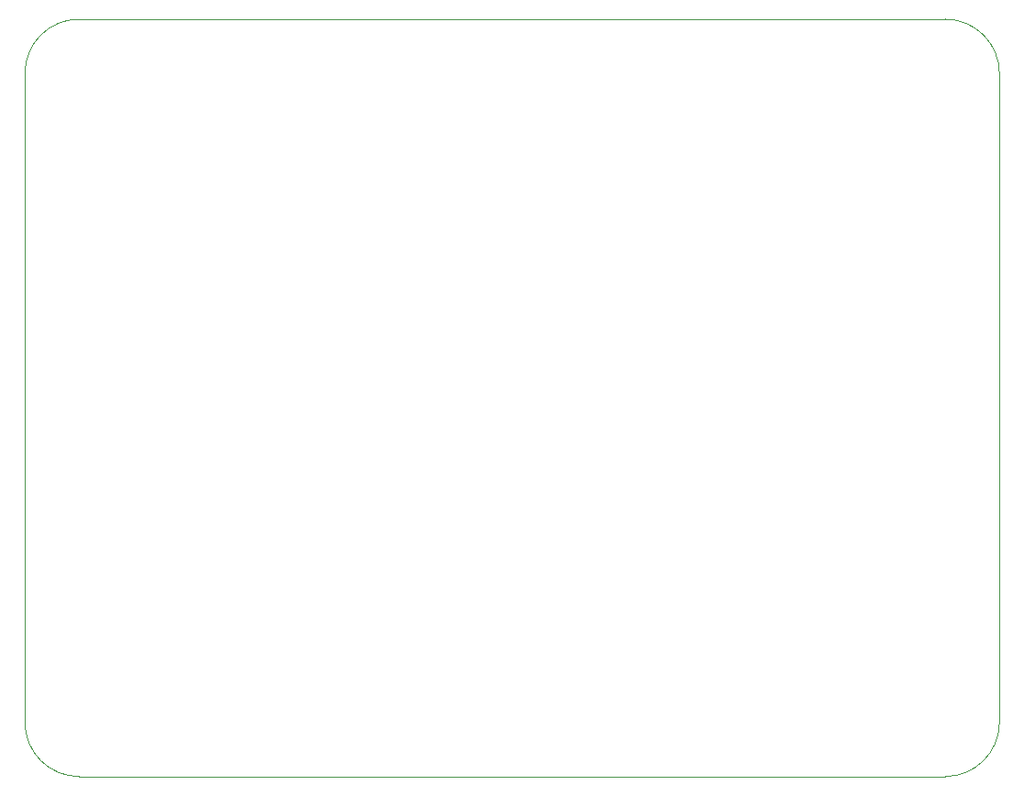
<source format=gbr>
%TF.GenerationSoftware,KiCad,Pcbnew,(6.0.0-rc1-29-g9238b27f63)*%
%TF.CreationDate,2021-12-03T12:49:23+01:00*%
%TF.ProjectId,robolympics_hub,726f626f-6c79-46d7-9069-63735f687562,rev?*%
%TF.SameCoordinates,Original*%
%TF.FileFunction,Profile,NP*%
%FSLAX46Y46*%
G04 Gerber Fmt 4.6, Leading zero omitted, Abs format (unit mm)*
G04 Created by KiCad (PCBNEW (6.0.0-rc1-29-g9238b27f63)) date 2021-12-03 12:49:23*
%MOMM*%
%LPD*%
G01*
G04 APERTURE LIST*
%TA.AperFunction,Profile*%
%ADD10C,0.100000*%
%TD*%
G04 APERTURE END LIST*
D10*
X245000000Y-65000000D02*
X245000000Y-125000000D01*
X240000000Y-130000000D02*
G75*
G03*
X245000000Y-125000000I0J5000000D01*
G01*
X155000000Y-125000000D02*
X155000000Y-65000000D01*
X245000000Y-65000000D02*
G75*
G03*
X240000000Y-60000000I-5000000J0D01*
G01*
X160000000Y-60000000D02*
G75*
G03*
X155000000Y-65000000I0J-5000000D01*
G01*
X240000000Y-130000000D02*
X160000000Y-130000000D01*
X155000000Y-125000000D02*
G75*
G03*
X160000000Y-130000000I5000000J0D01*
G01*
X160000000Y-60000000D02*
X240000000Y-60000000D01*
M02*

</source>
